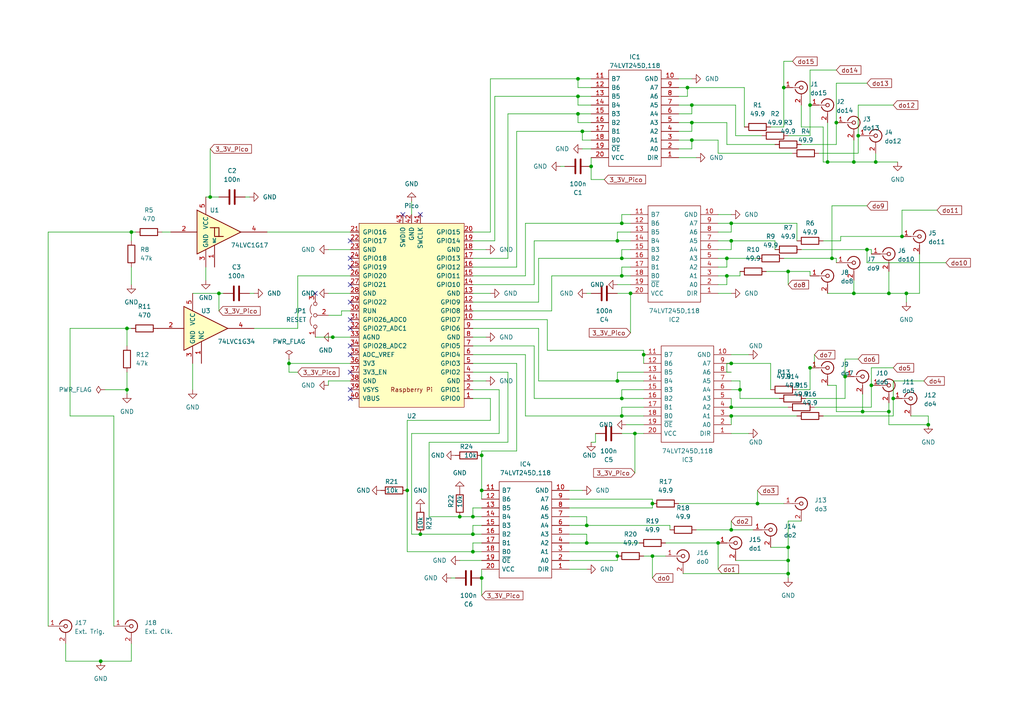
<source format=kicad_sch>
(kicad_sch (version 20230121) (generator eeschema)
  (paper "A4")
  (title_block (title "Prawn DO Breakout") (date "2024-01-19") (rev "01") (company "US Army Research Laboratory") (comment 1 "Email: david.h.meyer3.civ@army.mil") (comment 2 "Original Design By: David Meyer"))
  (junction (at 83.82 105.41))
  (junction (at 139.7 142.24))
  (junction (at 199.39 25.4))
  (junction (at 254 46.99))
  (junction (at 63.5 85.09))
  (junction (at 184.15 125.73))
  (junction (at 210.82 74.93))
  (junction (at 208.28 157.48))
  (junction (at 241.3 74.93))
  (junction (at 259.08 115.57))
  (junction (at 200.66 35.56))
  (junction (at 189.23 146.05))
  (junction (at 234.95 30.48))
  (junction (at 180.34 74.93))
  (junction (at 182.88 85.09))
  (junction (at 251.46 72.39))
  (junction (at 179.07 161.29))
  (junction (at 219.71 146.05))
  (junction (at 180.34 115.57))
  (junction (at 228.6 78.74))
  (junction (at 180.34 64.77))
  (junction (at 137.16 160.02))
  (junction (at 227.33 25.4))
  (junction (at 38.1 67.31))
  (junction (at 212.09 153.67))
  (junction (at 210.82 80.01))
  (junction (at 212.09 120.65))
  (junction (at 214.63 113.03))
  (junction (at 262.89 85.09))
  (junction (at 248.92 39.37))
  (junction (at 200.66 40.64))
  (junction (at 167.64 27.94))
  (junction (at 189.23 161.29))
  (junction (at 257.81 119.38))
  (junction (at 171.45 48.26))
  (junction (at 250.19 119.38))
  (junction (at 133.35 149.86))
  (junction (at 228.6 166.37))
  (junction (at 121.92 154.94))
  (junction (at 137.16 154.94))
  (junction (at 180.34 80.01))
  (junction (at 212.09 105.41))
  (junction (at 29.21 191.77))
  (junction (at 212.09 69.85))
  (junction (at 179.07 69.85))
  (junction (at 234.95 106.68))
  (junction (at 247.65 46.99))
  (junction (at 170.18 152.4))
  (junction (at 168.91 38.1))
  (junction (at 167.64 33.02))
  (junction (at 179.07 110.49))
  (junction (at 186.69 102.87))
  (junction (at 139.7 167.64))
  (junction (at 212.09 118.11))
  (junction (at 118.11 142.24))
  (junction (at 242.57 35.56))
  (junction (at 137.16 149.86))
  (junction (at 96.52 97.79))
  (junction (at 212.09 64.77))
  (junction (at 228.6 162.56))
  (junction (at 252.73 111.76))
  (junction (at 36.83 95.25))
  (junction (at 139.7 132.08))
  (junction (at 257.81 85.09))
  (junction (at 36.83 113.03))
  (junction (at 247.65 85.09))
  (junction (at 240.03 46.99))
  (junction (at 167.64 22.86))
  (junction (at 269.24 123.19))
  (junction (at 245.11 109.22))
  (junction (at 200.66 30.48))
  (junction (at 170.18 157.48))
  (junction (at 60.96 57.15))
  (junction (at 261.62 68.58))
  (junction (at 180.34 120.65))
  (junction (at 228.6 158.75))
  (no_connect (at 101.6 77.47))
  (no_connect (at 116.84 62.23))
  (no_connect (at 101.6 113.03))
  (no_connect (at 101.6 82.55))
  (no_connect (at 101.6 100.33))
  (no_connect (at 101.6 69.85))
  (no_connect (at 101.6 87.63))
  (no_connect (at 101.6 74.93))
  (no_connect (at 101.6 107.95))
  (no_connect (at 121.92 62.23))
  (no_connect (at 101.6 102.87))
  (no_connect (at 101.6 92.71))
  (no_connect (at 101.6 95.25))
  (no_connect (at 91.44 85.09))
  (no_connect (at 101.6 115.57))
  (wire (pts (xy 208.28 44.45) (xy 229.87 44.45)))
  (wire (pts (xy 212.09 125.73) (xy 217.17 125.73)))
  (wire (pts (xy 119.38 125.73) (xy 119.38 154.94)))
  (wire (pts (xy 133.35 149.86) (xy 137.16 149.86)))
  (wire (pts (xy 156.21 110.49) (xy 179.07 110.49)))
  (wire (pts (xy 180.34 80.01) (xy 182.88 80.01)))
  (wire (pts (xy 228.6 166.37) (xy 228.6 162.56)))
  (wire (pts (xy 137.16 85.09) (xy 142.24 85.09)))
  (wire (pts (xy 217.17 102.87) (xy 212.09 102.87)))
  (wire (pts (xy 179.07 107.95) (xy 179.07 110.49)))
  (wire (pts (xy 182.88 62.23) (xy 180.34 62.23)))
  (wire (pts (xy 59.69 77.47) (xy 59.69 81.28)))
  (wire (pts (xy 214.63 110.49) (xy 212.09 110.49)))
  (wire (pts (xy 147.32 107.95) (xy 147.32 128.27)))
  (wire (pts (xy 182.88 77.47) (xy 180.34 77.47)))
  (wire (pts (xy 250.19 119.38) (xy 257.81 119.38)))
  (wire (pts (xy 99.06 91.44) (xy 99.06 90.17)))
  (wire (pts (xy 227.33 25.4) (xy 227.33 36.83)))
  (wire (pts (xy 165.1 160.02) (xy 179.07 160.02)))
  (wire (pts (xy 165.1 142.24) (xy 168.91 142.24)))
  (wire (pts (xy 142.24 121.92) (xy 118.11 121.92)))
  (wire (pts (xy 130.81 167.64) (xy 132.08 167.64)))
  (wire (pts (xy 160.02 80.01) (xy 160.02 90.17)))
  (wire (pts (xy 170.18 152.4) (xy 194.31 152.4)))
  (wire (pts (xy 208.28 72.39) (xy 212.09 72.39)))
  (wire (pts (xy 212.09 118.11) (xy 212.09 115.57)))
  (wire (pts (xy 247.65 85.09) (xy 257.81 85.09)))
  (wire (pts (xy 261.62 60.96) (xy 261.62 68.58)))
  (wire (pts (xy 186.69 123.19) (xy 181.61 123.19)))
  (wire (pts (xy 182.88 67.31) (xy 179.07 67.31)))
  (wire (pts (xy 234.95 78.74) (xy 234.95 80.01)))
  (wire (pts (xy 208.28 82.55) (xy 210.82 82.55)))
  (wire (pts (xy 247.65 46.99) (xy 254 46.99)))
  (wire (pts (xy 180.34 118.11) (xy 180.34 120.65)))
  (wire (pts (xy 175.26 52.07) (xy 171.45 52.07)))
  (wire (pts (xy 238.76 36.83) (xy 238.76 46.99)))
  (wire (pts (xy 167.64 25.4) (xy 167.64 22.86)))
  (wire (pts (xy 224.79 69.85) (xy 224.79 72.39)))
  (wire (pts (xy 257.81 85.09) (xy 262.89 85.09)))
  (wire (pts (xy 71.12 57.15) (xy 72.39 57.15)))
  (wire (pts (xy 121.92 154.94) (xy 137.16 154.94)))
  (wire (pts (xy 259.08 115.57) (xy 259.08 120.65)))
  (wire (pts (xy 200.66 30.48) (xy 213.36 30.48)))
  (wire (pts (xy 171.45 30.48) (xy 167.64 30.48)))
  (wire (pts (xy 137.16 160.02) (xy 139.7 160.02)))
  (wire (pts (xy 208.28 40.64) (xy 208.28 44.45)))
  (wire (pts (xy 20.32 120.65) (xy 20.32 95.25)))
  (wire (pts (xy 232.41 41.91) (xy 242.57 41.91)))
  (wire (pts (xy 232.41 36.83) (xy 238.76 36.83)))
  (wire (pts (xy 199.39 27.94) (xy 199.39 25.4)))
  (wire (pts (xy 208.28 80.01) (xy 210.82 80.01)))
  (wire (pts (xy 137.16 110.49) (xy 140.97 110.49)))
  (wire (pts (xy 86.36 95.25) (xy 86.36 80.01)))
  (wire (pts (xy 20.32 95.25) (xy 36.83 95.25)))
  (wire (pts (xy 208.28 157.48) (xy 208.28 165.1)))
  (wire (pts (xy 154.94 69.85) (xy 179.07 69.85)))
  (wire (pts (xy 242.57 24.13) (xy 242.57 35.56)))
  (wire (pts (xy 137.16 97.79) (xy 140.97 97.79)))
  (wire (pts (xy 137.16 67.31) (xy 142.24 67.31)))
  (wire (pts (xy 38.1 67.31) (xy 38.1 69.85)))
  (wire (pts (xy 212.09 67.31) (xy 212.09 64.77)))
  (wire (pts (xy 259.08 110.49) (xy 259.08 115.57)))
  (wire (pts (xy 19.05 186.69) (xy 19.05 191.77)))
  (wire (pts (xy 171.45 25.4) (xy 167.64 25.4)))
  (wire (pts (xy 196.85 43.18) (xy 200.66 43.18)))
  (wire (pts (xy 165.1 154.94) (xy 170.18 154.94)))
  (wire (pts (xy 232.41 30.48) (xy 232.41 36.83)))
  (wire (pts (xy 254 46.99) (xy 254 44.45)))
  (wire (pts (xy 208.28 77.47) (xy 210.82 77.47)))
  (wire (pts (xy 83.82 105.41) (xy 83.82 107.95)))
  (wire (pts (xy 165.1 144.78) (xy 189.23 144.78)))
  (wire (pts (xy 193.04 157.48) (xy 208.28 157.48)))
  (wire (pts (xy 259.08 106.68) (xy 252.73 106.68)))
  (wire (pts (xy 229.87 17.78) (xy 227.33 17.78)))
  (wire (pts (xy 186.69 107.95) (xy 179.07 107.95)))
  (wire (pts (xy 139.7 147.32) (xy 137.16 147.32)))
  (wire (pts (xy 248.92 30.48) (xy 248.92 39.37)))
  (wire (pts (xy 139.7 167.64) (xy 139.7 172.72)))
  (wire (pts (xy 228.6 78.74) (xy 234.95 78.74)))
  (wire (pts (xy 149.86 38.1) (xy 168.91 38.1)))
  (wire (pts (xy 165.1 162.56) (xy 179.07 162.56)))
  (wire (pts (xy 180.34 74.93) (xy 182.88 74.93)))
  (wire (pts (xy 171.45 85.09) (xy 170.18 85.09)))
  (wire (pts (xy 96.52 97.79) (xy 101.6 97.79)))
  (wire (pts (xy 137.16 90.17) (xy 160.02 90.17)))
  (wire (pts (xy 180.34 62.23) (xy 180.34 64.77)))
  (wire (pts (xy 184.15 125.73) (xy 180.34 125.73)))
  (wire (pts (xy 143.51 27.94) (xy 167.64 27.94)))
  (wire (pts (xy 198.12 166.37) (xy 228.6 166.37)))
  (wire (pts (xy 208.28 69.85) (xy 212.09 69.85)))
  (wire (pts (xy 137.16 157.48) (xy 137.16 160.02)))
  (wire (pts (xy 234.95 113.03) (xy 231.14 113.03)))
  (wire (pts (xy 142.24 115.57) (xy 142.24 121.92)))
  (wire (pts (xy 214.63 115.57) (xy 226.06 115.57)))
  (wire (pts (xy 212.09 153.67) (xy 218.44 153.67)))
  (wire (pts (xy 137.16 69.85) (xy 143.51 69.85)))
  (wire (pts (xy 180.34 115.57) (xy 186.69 115.57)))
  (wire (pts (xy 172.72 128.27) (xy 171.45 128.27)))
  (wire (pts (xy 250.19 114.3) (xy 250.19 119.38)))
  (wire (pts (xy 160.02 80.01) (xy 180.34 80.01)))
  (wire (pts (xy 212.09 118.11) (xy 228.6 118.11)))
  (wire (pts (xy 208.28 64.77) (xy 212.09 64.77)))
  (wire (pts (xy 227.33 17.78) (xy 227.33 25.4)))
  (wire (pts (xy 242.57 41.91) (xy 242.57 35.56)))
  (wire (pts (xy 139.7 152.4) (xy 137.16 152.4)))
  (wire (pts (xy 33.02 120.65) (xy 20.32 120.65)))
  (wire (pts (xy 13.97 181.61) (xy 13.97 67.31)))
  (wire (pts (xy 179.07 160.02) (xy 179.07 161.29)))
  (wire (pts (xy 199.39 25.4) (xy 215.9 25.4)))
  (wire (pts (xy 219.71 142.24) (xy 219.71 146.05)))
  (wire (pts (xy 257.81 123.19) (xy 269.24 123.19)))
  (wire (pts (xy 124.46 128.27) (xy 124.46 149.86)))
  (wire (pts (xy 200.66 33.02) (xy 200.66 30.48)))
  (wire (pts (xy 228.6 39.37) (xy 234.95 39.37)))
  (wire (pts (xy 201.93 153.67) (xy 212.09 153.67)))
  (wire (pts (xy 137.16 77.47) (xy 149.86 77.47)))
  (wire (pts (xy 247.65 40.64) (xy 247.65 46.99)))
  (wire (pts (xy 223.52 113.03) (xy 223.52 105.41)))
  (wire (pts (xy 196.85 30.48) (xy 200.66 30.48)))
  (wire (pts (xy 212.09 123.19) (xy 212.09 120.65)))
  (wire (pts (xy 214.63 115.57) (xy 214.63 113.03)))
  (wire (pts (xy 162.56 48.26) (xy 163.83 48.26)))
  (wire (pts (xy 137.16 82.55) (xy 154.94 82.55)))
  (wire (pts (xy 222.25 78.74) (xy 228.6 78.74)))
  (wire (pts (xy 274.32 76.2) (xy 251.46 76.2)))
  (wire (pts (xy 165.1 165.1) (xy 170.18 165.1)))
  (wire (pts (xy 152.4 64.77) (xy 180.34 64.77)))
  (wire (pts (xy 144.78 113.03) (xy 144.78 125.73)))
  (wire (pts (xy 59.69 57.15) (xy 60.96 57.15)))
  (wire (pts (xy 186.69 125.73) (xy 184.15 125.73)))
  (wire (pts (xy 36.83 95.25) (xy 36.83 100.33)))
  (wire (pts (xy 189.23 144.78) (xy 189.23 146.05)))
  (wire (pts (xy 154.94 69.85) (xy 154.94 82.55)))
  (wire (pts (xy 171.45 35.56) (xy 167.64 35.56)))
  (wire (pts (xy 83.82 107.95) (xy 86.36 107.95)))
  (wire (pts (xy 180.34 72.39) (xy 180.34 74.93)))
  (wire (pts (xy 232.41 72.39) (xy 251.46 72.39)))
  (wire (pts (xy 168.91 40.64) (xy 168.91 38.1)))
  (wire (pts (xy 167.64 30.48) (xy 167.64 27.94)))
  (wire (pts (xy 179.07 110.49) (xy 186.69 110.49)))
  (wire (pts (xy 262.89 85.09) (xy 266.7 85.09)))
  (wire (pts (xy 228.6 162.56) (xy 228.6 158.75)))
  (wire (pts (xy 118.11 160.02) (xy 137.16 160.02)))
  (wire (pts (xy 91.44 97.79) (xy 96.52 97.79)))
  (wire (pts (xy 262.89 85.09) (xy 262.89 87.63)))
  (wire (pts (xy 118.11 121.92) (xy 118.11 142.24)))
  (wire (pts (xy 257.81 119.38) (xy 257.81 123.19)))
  (wire (pts (xy 55.88 105.41) (xy 55.88 113.03)))
  (wire (pts (xy 252.73 72.39) (xy 252.73 73.66)))
  (wire (pts (xy 213.36 162.56) (xy 228.6 162.56)))
  (wire (pts (xy 119.38 154.94) (xy 121.92 154.94)))
  (wire (pts (xy 247.65 81.28) (xy 247.65 85.09)))
  (wire (pts (xy 208.28 67.31) (xy 212.09 67.31)))
  (wire (pts (xy 238.76 120.65) (xy 259.08 120.65)))
  (wire (pts (xy 234.95 20.32) (xy 234.95 30.48)))
  (wire (pts (xy 38.1 77.47) (xy 38.1 82.55)))
  (wire (pts (xy 95.25 91.44) (xy 99.06 91.44)))
  (wire (pts (xy 180.34 113.03) (xy 180.34 115.57)))
  (wire (pts (xy 240.03 46.99) (xy 247.65 46.99)))
  (wire (pts (xy 240.03 35.56) (xy 240.03 46.99)))
  (wire (pts (xy 189.23 167.64) (xy 189.23 161.29)))
  (wire (pts (xy 210.82 41.91) (xy 224.79 41.91)))
  (wire (pts (xy 139.7 130.81) (xy 139.7 132.08)))
  (wire (pts (xy 196.85 38.1) (xy 200.66 38.1)))
  (wire (pts (xy 214.63 113.03) (xy 214.63 110.49)))
  (wire (pts (xy 269.24 120.65) (xy 264.16 120.65)))
  (wire (pts (xy 179.07 162.56) (xy 179.07 161.29)))
  (wire (pts (xy 137.16 95.25) (xy 156.21 95.25)))
  (wire (pts (xy 182.88 85.09) (xy 179.07 85.09)))
  (wire (pts (xy 240.03 85.09) (xy 247.65 85.09)))
  (wire (pts (xy 170.18 149.86) (xy 170.18 152.4)))
  (wire (pts (xy 267.97 110.49) (xy 259.08 110.49)))
  (wire (pts (xy 212.09 151.13) (xy 212.09 153.67)))
  (wire (pts (xy 234.95 39.37) (xy 234.95 30.48)))
  (wire (pts (xy 186.69 102.87) (xy 186.69 105.41)))
  (wire (pts (xy 156.21 74.93) (xy 156.21 87.63)))
  (wire (pts (xy 168.91 43.18) (xy 171.45 43.18)))
  (wire (pts (xy 223.52 158.75) (xy 228.6 158.75)))
  (wire (pts (xy 184.15 137.16) (xy 184.15 125.73)))
  (wire (pts (xy 251.46 76.2) (xy 251.46 72.39)))
  (wire (pts (xy 186.69 161.29) (xy 189.23 161.29)))
  (wire (pts (xy 233.68 115.57) (xy 245.11 115.57)))
  (wire (pts (xy 248.92 104.14) (xy 245.11 104.14)))
  (wire (pts (xy 186.69 118.11) (xy 180.34 118.11)))
  (wire (pts (xy 99.06 90.17) (xy 101.6 90.17)))
  (wire (pts (xy 196.85 22.86) (xy 200.66 22.86)))
  (wire (pts (xy 137.16 92.71) (xy 158.75 92.71)))
  (wire (pts (xy 137.16 74.93) (xy 147.32 74.93)))
  (wire (pts (xy 196.85 27.94) (xy 199.39 27.94)))
  (wire (pts (xy 165.1 147.32) (xy 189.23 147.32)))
  (wire (pts (xy 212.09 72.39) (xy 212.09 69.85)))
  (wire (pts (xy 257.81 116.84) (xy 257.81 119.38)))
  (wire (pts (xy 83.82 104.14) (xy 83.82 105.41)))
  (wire (pts (xy 228.6 78.74) (xy 228.6 82.55)))
  (wire (pts (xy 139.7 157.48) (xy 137.16 157.48)))
  (wire (pts (xy 158.75 101.6) (xy 186.69 101.6)))
  (wire (pts (xy 137.16 113.03) (xy 144.78 113.03)))
  (wire (pts (xy 212.09 107.95) (xy 210.82 107.95)))
  (wire (pts (xy 210.82 74.93) (xy 219.71 74.93)))
  (wire (pts (xy 63.5 85.09) (xy 63.5 90.17)))
  (wire (pts (xy 165.1 157.48) (xy 170.18 157.48)))
  (wire (pts (xy 36.83 107.95) (xy 36.83 113.03)))
  (wire (pts (xy 200.66 38.1) (xy 200.66 35.56)))
  (wire (pts (xy 139.7 132.08) (xy 139.7 142.24)))
  (wire (pts (xy 228.6 167.64) (xy 228.6 166.37)))
  (wire (pts (xy 55.88 85.09) (xy 63.5 85.09)))
  (wire (pts (xy 133.35 162.56) (xy 139.7 162.56)))
  (wire (pts (xy 194.31 152.4) (xy 194.31 153.67)))
  (wire (pts (xy 212.09 64.77) (xy 231.14 64.77)))
  (wire (pts (xy 46.99 67.31) (xy 49.53 67.31)))
  (wire (pts (xy 63.5 85.09) (xy 64.77 85.09)))
  (wire (pts (xy 152.4 64.77) (xy 152.4 80.01)))
  (wire (pts (xy 149.86 38.1) (xy 149.86 77.47)))
  (wire (pts (xy 95.25 72.39) (xy 101.6 72.39)))
  (wire (pts (xy 137.16 149.86) (xy 139.7 149.86)))
  (wire (pts (xy 200.66 43.18) (xy 200.66 40.64)))
  (wire (pts (xy 210.82 35.56) (xy 210.82 41.91)))
  (wire (pts (xy 137.16 80.01) (xy 152.4 80.01)))
  (wire (pts (xy 252.73 106.68) (xy 252.73 111.76)))
  (wire (pts (xy 137.16 105.41) (xy 149.86 105.41)))
  (wire (pts (xy 171.45 52.07) (xy 171.45 48.26)))
  (wire (pts (xy 179.07 67.31) (xy 179.07 69.85)))
  (wire (pts (xy 60.96 57.15) (xy 63.5 57.15)))
  (wire (pts (xy 196.85 33.02) (xy 200.66 33.02)))
  (wire (pts (xy 236.22 106.68) (xy 234.95 106.68)))
  (wire (pts (xy 266.7 73.66) (xy 266.7 85.09)))
  (wire (pts (xy 208.28 85.09) (xy 212.09 85.09)))
  (wire (pts (xy 13.97 67.31) (xy 38.1 67.31)))
  (wire (pts (xy 196.85 45.72) (xy 201.93 45.72)))
  (wire (pts (xy 152.4 102.87) (xy 152.4 120.65)))
  (wire (pts (xy 147.32 33.02) (xy 147.32 74.93)))
  (wire (pts (xy 200.66 35.56) (xy 210.82 35.56)))
  (wire (pts (xy 172.72 128.27) (xy 172.72 125.73)))
  (wire (pts (xy 38.1 186.69) (xy 38.1 191.77)))
  (wire (pts (xy 228.6 158.75) (xy 228.6 151.13)))
  (wire (pts (xy 30.48 113.03) (xy 36.83 113.03)))
  (wire (pts (xy 77.47 67.31) (xy 101.6 67.31)))
  (wire (pts (xy 147.32 33.02) (xy 167.64 33.02)))
  (wire (pts (xy 38.1 67.31) (xy 39.37 67.31)))
  (wire (pts (xy 83.82 105.41) (xy 101.6 105.41)))
  (wire (pts (xy 251.46 59.69) (xy 241.3 59.69)))
  (wire (pts (xy 213.36 39.37) (xy 220.98 39.37)))
  (wire (pts (xy 142.24 22.86) (xy 167.64 22.86)))
  (wire (pts (xy 137.16 115.57) (xy 142.24 115.57)))
  (wire (pts (xy 167.64 27.94) (xy 171.45 27.94)))
  (wire (pts (xy 189.23 161.29) (xy 193.04 161.29)))
  (wire (pts (xy 143.51 27.94) (xy 143.51 69.85)))
  (wire (pts (xy 240.03 111.76) (xy 242.57 111.76)))
  (wire (pts (xy 154.94 115.57) (xy 180.34 115.57)))
  (wire (pts (xy 182.88 72.39) (xy 180.34 72.39)))
  (wire (pts (xy 212.09 120.65) (xy 231.14 120.65)))
  (wire (pts (xy 137.16 147.32) (xy 137.16 149.86)))
  (wire (pts (xy 156.21 74.93) (xy 180.34 74.93)))
  (wire (pts (xy 167.64 33.02) (xy 171.45 33.02)))
  (wire (pts (xy 144.78 125.73) (xy 119.38 125.73)))
  (wire (pts (xy 137.16 87.63) (xy 156.21 87.63)))
  (wire (pts (xy 196.85 35.56) (xy 200.66 35.56)))
  (wire (pts (xy 72.39 85.09) (xy 73.66 85.09)))
  (wire (pts (xy 251.46 24.13) (xy 242.57 24.13)))
  (wire (pts (xy 60.96 43.18) (xy 60.96 57.15)))
  (wire (pts (xy 137.16 107.95) (xy 147.32 107.95)))
  (wire (pts (xy 149.86 130.81) (xy 139.7 130.81)))
  (wire (pts (xy 196.85 40.64) (xy 200.66 40.64)))
  (wire (pts (xy 196.85 146.05) (xy 219.71 146.05)))
  (wire (pts (xy 271.78 60.96) (xy 261.62 60.96)))
  (wire (pts (xy 227.33 36.83) (xy 223.52 36.83)))
  (wire (pts (xy 168.91 38.1) (xy 171.45 38.1)))
  (wire (pts (xy 73.66 95.25) (xy 86.36 95.25)))
  (wire (pts (xy 196.85 25.4) (xy 199.39 25.4)))
  (wire (pts (xy 171.45 40.64) (xy 168.91 40.64)))
  (wire (pts (xy 242.57 20.32) (xy 234.95 20.32)))
  (wire (pts (xy 228.6 151.13) (xy 232.41 151.13)))
  (wire (pts (xy 179.07 69.85) (xy 182.88 69.85)))
  (wire (pts (xy 180.34 77.47) (xy 180.34 80.01)))
  (wire (pts (xy 219.71 146.05) (xy 227.33 146.05)))
  (wire (pts (xy 137.16 72.39) (xy 140.97 72.39)))
  (wire (pts (xy 119.38 62.23) (xy 119.38 58.42)))
  (wire (pts (xy 248.92 44.45) (xy 248.92 39.37)))
  (wire (pts (xy 236.22 102.87) (xy 236.22 106.68)))
  (wire (pts (xy 139.7 165.1) (xy 139.7 167.64)))
  (wire (pts (xy 33.02 181.61) (xy 33.02 120.65)))
  (wire (pts (xy 86.36 80.01) (xy 101.6 80.01)))
  (wire (pts (xy 269.24 123.19) (xy 269.24 120.65)))
  (wire (pts (xy 118.11 142.24) (xy 118.11 160.02)))
  (wire (pts (xy 242.57 111.76) (xy 242.57 119.38)))
  (wire (pts (xy 170.18 154.94) (xy 170.18 157.48)))
  (wire (pts (xy 257.81 78.74) (xy 257.81 85.09)))
  (wire (pts (xy 182.88 96.52) (xy 182.88 85.09)))
  (wire (pts (xy 214.63 80.01) (xy 214.63 78.74)))
  (wire (pts (xy 139.7 142.24) (xy 139.7 144.78)))
  (wire (pts (xy 260.35 46.99) (xy 254 46.99)))
  (wire (pts (xy 167.64 35.56) (xy 167.64 33.02)))
  (wire (pts (xy 215.9 25.4) (xy 215.9 36.83)))
  (wire (pts (xy 158.75 92.71) (xy 158.75 101.6)))
  (wire (pts (xy 231.14 69.85) (xy 231.14 64.77)))
  (wire (pts (xy 236.22 118.11) (xy 252.73 118.11)))
  (wire (pts (xy 234.95 106.68) (xy 234.95 113.03)))
  (wire (pts (xy 137.16 154.94) (xy 139.7 154.94)))
  (wire (pts (xy 243.84 68.58) (xy 243.84 69.85)))
  (wire (pts (xy 212.09 69.85) (xy 224.79 69.85)))
  (wire (pts (xy 152.4 120.65) (xy 180.34 120.65)))
  (wire (pts (xy 170.18 157.48) (xy 185.42 157.48)))
  (wire (pts (xy 186.69 113.03) (xy 180.34 113.03)))
  (wire (pts (xy 259.08 30.48) (xy 248.92 30.48)))
  (wire (pts (xy 165.1 149.86) (xy 170.18 149.86)))
  (wire (pts (xy 95.25 110.49) (xy 95.25 111.76)))
  (wire (pts (xy 210.82 107.95) (xy 210.82 105.41)))
  (wire (pts (xy 101.6 110.49) (xy 95.25 110.49)))
  (wire (pts (xy 137.16 152.4) (xy 137.16 154.94)))
  (wire (pts (xy 242.57 74.93) (xy 242.57 76.2)))
  (wire (pts (xy 210.82 105.41) (xy 212.09 105.41)))
  (wire (pts (xy 241.3 74.93) (xy 242.57 74.93)))
  (wire (pts (xy 210.82 80.01) (xy 214.63 80.01)))
  (wire (pts (xy 227.33 74.93) (xy 241.3 74.93)))
  (wire (pts (xy 189.23 147.32) (xy 189.23 146.05)))
  (wire (pts (xy 237.49 44.45) (xy 248.92 44.45)))
  (wire (pts (xy 200.66 40.64) (xy 208.28 40.64)))
  (wire (pts (xy 182.88 82.55) (xy 179.07 82.55)))
  (wire (pts (xy 147.32 128.27) (xy 124.46 128.27)))
  (wire (pts (xy 261.62 68.58) (xy 243.84 68.58)))
  (wire (pts (xy 154.94 100.33) (xy 154.94 115.57)))
  (wire (pts (xy 210.82 82.55) (xy 210.82 80.01)))
  (wire (pts (xy 180.34 64.77) (xy 182.88 64.77)))
  (wire (pts (xy 36.83 113.03) (xy 36.83 114.3)))
  (wire (pts (xy 245.11 109.22) (xy 245.11 115.57)))
  (wire (pts (xy 238.76 46.99) (xy 240.03 46.99)))
  (wire (pts (xy 142.24 22.86) (xy 142.24 67.31)))
  (wire (pts (xy 212.09 105.41) (xy 223.52 105.41)))
  (wire (pts (xy 167.64 22.86) (xy 171.45 22.86)))
  (wire (pts (xy 186.69 101.6) (xy 186.69 102.87)))
  (wire (pts (xy 165.1 152.4) (xy 170.18 152.4)))
  (wire (pts (xy 180.34 120.65) (xy 186.69 120.65)))
  (wire (pts (xy 212.09 113.03) (xy 214.63 113.03)))
  (wire (pts (xy 95.25 85.09) (xy 101.6 85.09)))
  (wire (pts (xy 208.28 74.93) (xy 210.82 74.93)))
  (wire (pts (xy 245.11 104.14) (xy 245.11 109.22)))
  (wire (pts (xy 149.86 105.41) (xy 149.86 130.81)))
  (wire (pts (xy 19.05 191.77) (xy 29.21 191.77)))
  (wire (pts (xy 210.82 74.93) (xy 210.82 77.47)))
  (wire (pts (xy 124.46 149.86) (xy 133.35 149.86)))
  (wire (pts (xy 242.57 119.38) (xy 250.19 119.38)))
  (wire (pts (xy 171.45 48.26) (xy 171.45 45.72)))
  (wire (pts (xy 137.16 102.87) (xy 152.4 102.87)))
  (wire (pts (xy 137.16 100.33) (xy 154.94 100.33)))
  (wire (pts (xy 241.3 59.69) (xy 241.3 74.93)))
  (wire (pts (xy 156.21 95.25) (xy 156.21 110.49)))
  (wire (pts (xy 251.46 72.39) (xy 252.73 72.39)))
  (wire (pts (xy 252.73 111.76) (xy 252.73 118.11)))
  (wire (pts (xy 212.09 62.23) (xy 208.28 62.23)))
  (wire (pts (xy 38.1 191.77) (xy 29.21 191.77)))
  (wire (pts (xy 243.84 69.85) (xy 238.76 69.85)))
  (wire (pts (xy 36.83 95.25) (xy 38.1 95.25)))
  (wire (pts (xy 213.36 30.48) (xy 213.36 39.37)))
  (global_label "do13" (shape input) (at 251.46 24.13 0) (property "Intersheetrefs" "${INTERSHEET_REFS}" (effects hide)))
  (global_label "3_3V_Pico" (shape input) (at 60.96 43.18 0) (property "Intersheetrefs" "${INTERSHEET_REFS}" (effects hide)))
  (global_label "do4" (shape input) (at 267.97 110.49 0) (property "Intersheetrefs" "${INTERSHEET_REFS}" (effects hide)))
  (global_label "do12" (shape input) (at 259.08 30.48 0) (property "Intersheetrefs" "${INTERSHEET_REFS}" (effects hide)))
  (global_label "do15" (shape input) (at 229.87 17.78 0) (property "Intersheetrefs" "${INTERSHEET_REFS}" (effects hide)))
  (global_label "do2" (shape input) (at 212.09 151.13 0) (property "Intersheetrefs" "${INTERSHEET_REFS}" (effects hide)))
  (global_label "3_3V_Pico" (shape input) (at 86.36 107.95 0) (property "Intersheetrefs" "${INTERSHEET_REFS}" (effects hide)))
  (global_label "do7" (shape input) (at 236.22 102.87 0) (property "Intersheetrefs" "${INTERSHEET_REFS}" (effects hide)))
  (global_label "3_3V_Pico" (shape input) (at 175.26 52.07 0) (property "Intersheetrefs" "${INTERSHEET_REFS}" (effects hide)))
  (global_label "do9" (shape input) (at 251.46 59.69 0) (property "Intersheetrefs" "${INTERSHEET_REFS}" (effects hide)))
  (global_label "3_3V_Pico" (shape input) (at 184.15 137.16 180) (property "Intersheetrefs" "${INTERSHEET_REFS}" (effects hide)))
  (global_label "do3" (shape input) (at 219.71 142.24 0) (property "Intersheetrefs" "${INTERSHEET_REFS}" (effects hide)))
  (global_label "do5" (shape input) (at 259.08 106.68 0) (property "Intersheetrefs" "${INTERSHEET_REFS}" (effects hide)))
  (global_label "3_3V_Pico" (shape input) (at 182.88 96.52 180) (property "Intersheetrefs" "${INTERSHEET_REFS}" (effects hide)))
  (global_label "do0" (shape input) (at 189.23 167.64 0) (property "Intersheetrefs" "${INTERSHEET_REFS}" (effects hide)))
  (global_label "3_3V_Pico" (shape input) (at 139.7 172.72 0) (property "Intersheetrefs" "${INTERSHEET_REFS}" (effects hide)))
  (global_label "do10" (shape input) (at 274.32 76.2 0) (property "Intersheetrefs" "${INTERSHEET_REFS}" (effects hide)))
  (global_label "3_3V_Pico" (shape input) (at 63.5 90.17 0) (property "Intersheetrefs" "${INTERSHEET_REFS}" (effects hide)))
  (global_label "do14" (shape input) (at 242.57 20.32 0) (property "Intersheetrefs" "${INTERSHEET_REFS}" (effects hide)))
  (global_label "do8" (shape input) (at 228.6 82.55 0) (property "Intersheetrefs" "${INTERSHEET_REFS}" (effects hide)))
  (global_label "do1" (shape input) (at 208.28 165.1 0) (property "Intersheetrefs" "${INTERSHEET_REFS}" (effects hide)))
  (global_label "do6" (shape input) (at 248.92 104.14 0) (property "Intersheetrefs" "${INTERSHEET_REFS}" (effects hide)))
  (global_label "do11" (shape input) (at 271.78 60.96 0) (property "Intersheetrefs" "${INTERSHEET_REFS}" (effects hide)))
  (symbol (lib_id "Connector:Conn_Coaxial") (at 38.1 181.61 0) (unit 1)
    (property "Reference" "J18" (at 41.91 180.6332 0) (effects (justify left)))
    (property "Value" "Ext. Clk." (at 41.91 183.1732 0) (effects (justify left)))
    (property "Footprint" "Connector_Coaxial:SMA_Amphenol_132289_EdgeMount" (effects hide))
    (property "Datasheet" " ~" (effects hide))
  )
  (symbol (lib_id "Device:C") (at 175.26 85.09 270) (unit 1)
    (property "Reference" "C4" (at 175.26 92.71 90))
    (property "Value" "100n" (at 175.26 90.17 90))
    (property "Footprint" "Capacitor_SMD:C_0805_2012Metric_Pad1.18x1.45mm_HandSolder" (effects hide))
  )
  (symbol (lib_id "Device:R") (at 38.1 73.66 0) (unit 1)
    (property "Reference" "R8" (at 40.64 72.39 0) (effects (justify left)))
    (property "Value" "47k" (at 40.64 74.93 0) (effects (justify left)))
    (property "Footprint" "Resistor_SMD:R_1206_3216Metric_Pad1.30x1.75mm_HandSolder" (effects hide))
  )
  (symbol (lib_id "Connector:Conn_Coaxial") (at 213.36 157.48 0) (unit 1)
    (property "Reference" "J15" (at 217.17 156.5032 0) (effects (justify left)))
    (property "Value" "do1" (at 217.17 159.0432 0) (effects (justify left)))
    (property "Footprint" "Connector_Coaxial:SMA_Amphenol_132289_EdgeMount" (effects hide))
    (property "Datasheet" " ~" (effects hide))
  )
  (symbol (lib_id "power:GND") (at 171.45 128.27 0) (unit 1)
    (property "Reference" "#PWR029" (effects hide))
    (property "Value" "GND" (at 168.91 132.08 0) (effects (justify left)))
  )
  (symbol (lib_id "74LVT245D_118:74LVT245D,118") (at 212.09 125.73 180) (unit 1)
    (property "Reference" "IC3" (at 199.39 133.35 0))
    (property "Value" "74LVT245D,118" (at 199.39 130.81 0))
    (property "Footprint" "ICs:SOIC127P1032X265-20N" (effects hide))
    (property "Datasheet" "https://assets.nexperia.com/documents/data-sheet/74LVT245.pdf" (effects hide))
    (property "Description" "74LVT245 - 3.3 V octal transceiver with direction pin (3-state)@en-us" (effects hide))
    (property "Height" "2.65" (effects hide))
    (property "Manufacturer_Name" "Nexperia" (effects hide))
    (property "Manufacturer_Part_Number" "74LVT245D,118" (effects hide))
    (property "Arrow Part Number" "74LVT245D,118" (effects hide))
    (property "Arrow Price/Stock" "https://www.arrow.com/en/products/74lvt245d118/nexperia" (effects hide))
  )
  (symbol (lib_id "power:GND") (at 121.92 147.32 180) (unit 1)
    (property "Reference" "#PWR040" (effects hide))
    (property "Value" "GND" (at 121.92 142.24 0))
  )
  (symbol (lib_id "Connector:Conn_Coaxial") (at 240.03 30.48 0) (unit 1)
    (property "Reference" "J2" (at 242.57 29.5032 0) (effects (justify left)))
    (property "Value" "do14" (at 242.57 32.0432 0) (effects (justify left)))
    (property "Footprint" "Connector_Coaxial:SMA_Amphenol_132289_EdgeMount" (effects hide))
    (property "Datasheet" " ~" (effects hide))
  )
  (symbol (lib_id "power:GND") (at 200.66 22.86 90) (unit 1)
    (property "Reference" "#PWR01" (effects hide))
    (property "Value" "GND" (at 204.47 22.86 90) (effects (justify right)))
  )
  (symbol (lib_id "Device:R") (at 224.79 39.37 90) (unit 1)
    (property "Reference" "R2" (at 224.79 33.02 90))
    (property "Value" "49.9" (at 224.79 35.56 90))
    (property "Footprint" "Resistor_SMD:R_1206_3216Metric_Pad1.30x1.75mm_HandSolder" (effects hide))
  )
  (symbol (lib_id "power:GND") (at 212.09 85.09 90) (unit 1)
    (property "Reference" "#PWR018" (effects hide))
    (property "Value" "GND" (at 215.9 85.09 90) (effects (justify right)))
  )
  (symbol (lib_id "Connector:Conn_Coaxial") (at 247.65 76.2 0) (unit 1)
    (property "Reference" "J7" (at 251.46 75.2232 0) (effects (justify left)))
    (property "Value" "do9" (at 251.46 77.7632 0) (effects (justify left)))
    (property "Footprint" "Connector_Coaxial:SMA_Amphenol_132289_EdgeMount" (effects hide))
    (property "Datasheet" " ~" (effects hide))
  )
  (symbol (lib_id "Device:R") (at 43.18 67.31 90) (unit 1)
    (property "Reference" "R5" (at 43.18 60.96 90))
    (property "Value" "470" (at 43.18 63.5 90))
    (property "Footprint" "Resistor_SMD:R_1206_3216Metric_Pad1.30x1.75mm_HandSolder" (effects hide))
  )
  (symbol (lib_id "Connector:Conn_Coaxial") (at 247.65 35.56 0) (unit 1)
    (property "Reference" "J3" (at 250.19 34.5832 0) (effects (justify left)))
    (property "Value" "do13" (at 250.19 37.1232 0) (effects (justify left)))
    (property "Footprint" "Connector_Coaxial:SMA_Amphenol_132289_EdgeMount" (effects hide))
    (property "Datasheet" " ~" (effects hide))
  )
  (symbol (lib_id "power:GND") (at 130.81 167.64 270) (unit 1)
    (property "Reference" "#PWR034" (effects hide))
    (property "Value" "GND" (at 127 167.64 90) (effects (justify right)))
  )
  (symbol (lib_id "power:GND") (at 73.66 85.09 90) (unit 1)
    (property "Reference" "#PWR014" (effects hide))
    (property "Value" "GND" (at 77.47 85.09 90) (effects (justify right)))
  )
  (symbol (lib_id "power:GND") (at 29.21 191.77 0) (unit 1)
    (property "Reference" "#PWR036" (effects hide))
    (property "Value" "GND" (at 29.21 196.85 0))
  )
  (symbol (lib_id "power:GND") (at 133.35 142.24 180) (unit 1)
    (property "Reference" "#PWR038" (effects hide))
    (property "Value" "GND" (at 133.35 137.16 0))
  )
  (symbol (lib_id "Device:R") (at 219.71 36.83 90) (unit 1)
    (property "Reference" "R1" (at 219.71 30.48 90))
    (property "Value" "49.9" (at 219.71 33.02 90))
    (property "Footprint" "Resistor_SMD:R_1206_3216Metric_Pad1.30x1.75mm_HandSolder" (effects hide))
  )
  (symbol (lib_id "power:GND") (at 133.35 162.56 270) (unit 1)
    (property "Reference" "#PWR032" (effects hide))
    (property "Value" "GND" (at 129.54 162.56 90) (effects (justify right)))
  )
  (symbol (lib_id "Device:R") (at 229.87 115.57 90) (unit 1)
    (property "Reference" "R14" (at 229.87 109.22 90))
    (property "Value" "49.9" (at 229.87 111.76 90))
    (property "Footprint" "Resistor_SMD:R_1206_3216Metric_Pad1.30x1.75mm_HandSolder" (effects hide))
  )
  (symbol (lib_id "Device:R") (at 218.44 78.74 90) (unit 1)
    (property "Reference" "R10" (at 218.44 72.39 90))
    (property "Value" "49.9" (at 218.44 74.93 90))
    (property "Footprint" "Resistor_SMD:R_1206_3216Metric_Pad1.30x1.75mm_HandSolder" (effects hide))
  )
  (symbol (lib_id "power:PWR_FLAG") (at 83.82 104.14 0) (unit 1)
    (property "Reference" "#FLG01" (effects hide))
    (property "Value" "PWR_FLAG" (at 83.82 99.06 0))
  )
  (symbol (lib_id "Device:R") (at 135.89 132.08 270) (unit 1)
    (property "Reference" "R24" (at 133.35 129.54 90) (effects (justify left)))
    (property "Value" "10k" (at 134.62 132.08 90) (effects (justify left)))
    (property "Footprint" "Resistor_SMD:R_0805_2012Metric_Pad1.20x1.40mm_HandSolder" (effects hide))
  )
  (symbol (lib_id "power:PWR_FLAG") (at 30.48 113.03 90) (unit 1)
    (property "Reference" "#FLG02" (effects hide))
    (property "Value" "PWR_FLAG" (at 26.67 113.03 90) (effects (justify left)))
  )
  (symbol (lib_id "74LVT245D_118:74LVT245D,118") (at 165.1 165.1 180) (unit 1)
    (property "Reference" "IC4" (at 152.4 134.62 0))
    (property "Value" "74LVT245D,118" (at 152.4 137.16 0))
    (property "Footprint" "ICs:SOIC127P1032X265-20N" (effects hide))
    (property "Datasheet" "https://assets.nexperia.com/documents/data-sheet/74LVT245.pdf" (effects hide))
    (property "Description" "74LVT245 - 3.3 V octal transceiver with direction pin (3-state)@en-us" (effects hide))
    (property "Height" "2.65" (effects hide))
    (property "Manufacturer_Name" "Nexperia" (effects hide))
    (property "Manufacturer_Part_Number" "74LVT245D,118" (effects hide))
    (property "Arrow Part Number" "74LVT245D,118" (effects hide))
    (property "Arrow Price/Stock" "https://www.arrow.com/en/products/74lvt245d118/nexperia" (effects hide))
  )
  (symbol (lib_id "Device:C") (at 135.89 167.64 270) (unit 1)
    (property "Reference" "C6" (at 135.89 175.26 90))
    (property "Value" "100n" (at 135.89 172.72 90))
    (property "Footprint" "Capacitor_SMD:C_0805_2012Metric_Pad1.18x1.45mm_HandSolder" (effects hide))
  )
  (symbol (lib_id "power:GND") (at 262.89 87.63 0) (unit 1)
    (property "Reference" "#PWR019" (effects hide))
    (property "Value" "GND" (at 262.89 92.71 0))
  )
  (symbol (lib_id "power:GND") (at 170.18 85.09 270) (unit 1)
    (property "Reference" "#PWR017" (effects hide))
    (property "Value" "GND" (at 166.37 85.09 90) (effects (justify right)))
  )
  (symbol (lib_id "power:GND") (at 110.49 142.24 270) (unit 1)
    (property "Reference" "#PWR037" (effects hide))
    (property "Value" "GND" (at 105.41 142.24 90))
  )
  (symbol (lib_id "power:GND") (at 95.25 111.76 270) (unit 1)
    (property "Reference" "#PWR024" (effects hide))
    (property "Value" "GND" (at 91.44 111.76 90) (effects (justify right)))
  )
  (symbol (lib_id "power:GND") (at 260.35 46.99 0) (unit 1)
    (property "Reference" "#PWR04" (effects hide))
    (property "Value" "GND" (at 260.35 52.07 0))
  )
  (symbol (lib_id "Device:C") (at 67.31 57.15 90) (unit 1)
    (property "Reference" "C2" (at 67.31 49.53 90))
    (property "Value" "100n" (at 67.31 52.07 90))
    (property "Footprint" "Capacitor_SMD:C_0805_2012Metric_Pad1.18x1.45mm_HandSolder" (effects hide))
  )
  (symbol (lib_id "power:GND") (at 162.56 48.26 270) (unit 1)
    (property "Reference" "#PWR05" (effects hide))
    (property "Value" "GND" (at 158.75 48.26 90) (effects (justify right)))
  )
  (symbol (lib_id "Device:R") (at 41.91 95.25 90) (unit 1)
    (property "Reference" "R11" (at 41.91 88.9 90))
    (property "Value" "470" (at 41.91 91.44 90))
    (property "Footprint" "Resistor_SMD:R_1206_3216Metric_Pad1.30x1.75mm_HandSolder" (effects hide))
  )
  (symbol (lib_id "Device:R") (at 227.33 113.03 90) (unit 1)
    (property "Reference" "R13" (at 227.33 107.95 90))
    (property "Value" "49.9" (at 227.33 109.22 90))
    (property "Footprint" "Resistor_SMD:R_1206_3216Metric_Pad1.30x1.75mm_HandSolder" (effects hide))
  )
  (symbol (lib_id "Connector:Conn_Coaxial") (at 266.7 68.58 0) (unit 1)
    (property "Reference" "J5" (at 269.24 67.6032 0) (effects (justify left)))
    (property "Value" "do11" (at 269.24 70.1432 0) (effects (justify left)))
    (property "Footprint" "Connector_Coaxial:SMA_Amphenol_132289_EdgeMount" (effects hide))
    (property "Datasheet" " ~" (effects hide))
  )
  (symbol (lib_id "Device:C") (at 176.53 125.73 270) (unit 1)
    (property "Reference" "C5" (at 176.53 133.35 90))
    (property "Value" "100n" (at 176.53 130.81 90))
    (property "Footprint" "Capacitor_SMD:C_0805_2012Metric_Pad1.18x1.45mm_HandSolder" (effects hide))
  )
  (symbol (lib_id "Device:R") (at 182.88 161.29 90) (unit 1)
    (property "Reference" "R20" (at 182.88 154.94 90))
    (property "Value" "49.9" (at 182.88 157.48 90))
    (property "Footprint" "Resistor_SMD:R_1206_3216Metric_Pad1.30x1.75mm_HandSolder" (effects hide))
  )
  (symbol (lib_id "power:GND") (at 95.25 85.09 270) (unit 1)
    (property "Reference" "#PWR015" (effects hide))
    (property "Value" "GND" (at 91.44 85.09 90) (effects (justify right)))
  )
  (symbol (lib_id "power:GND") (at 201.93 45.72 90) (unit 1)
    (property "Reference" "#PWR03" (effects hide))
    (property "Value" "GND" (at 205.74 45.72 90) (effects (justify right)))
  )
  (symbol (lib_id "Device:R") (at 193.04 146.05 90) (unit 1)
    (property "Reference" "R17" (at 193.04 139.7 90))
    (property "Value" "49.9" (at 193.04 142.24 90))
    (property "Footprint" "Resistor_SMD:R_1206_3216Metric_Pad1.30x1.75mm_HandSolder" (effects hide))
  )
  (symbol (lib_id "Connector:Conn_Coaxial") (at 257.81 111.76 0) (unit 1)
    (property "Reference" "J11" (at 261.62 110.7832 0) (effects (justify left)))
    (property "Value" "do5" (at 261.62 113.3232 0) (effects (justify left)))
    (property "Footprint" "Connector_Coaxial:SMA_Amphenol_132289_EdgeMount" (effects hide))
    (property "Datasheet" " ~" (effects hide))
  )
  (symbol (lib_id "Device:R") (at 189.23 157.48 90) (unit 1)
    (property "Reference" "R19" (at 189.23 151.13 90))
    (property "Value" "49.9" (at 189.23 153.67 90))
    (property "Footprint" "Resistor_SMD:R_1206_3216Metric_Pad1.30x1.75mm_HandSolder" (effects hide))
  )
  (symbol (lib_id "Connector:Conn_Coaxial") (at 250.19 109.22 0) (unit 1)
    (property "Reference" "J10" (at 254 108.2432 0) (effects (justify left)))
    (property "Value" "do6" (at 254 110.7832 0) (effects (justify left)))
    (property "Footprint" "Connector_Coaxial:SMA_Amphenol_132289_EdgeMount" (effects hide))
    (property "Datasheet" " ~" (effects hide))
  )
  (symbol (lib_id "Connector:Conn_Coaxial") (at 223.52 153.67 0) (unit 1)
    (property "Reference" "J14" (at 227.33 152.6932 0) (effects (justify left)))
    (property "Value" "do2" (at 227.33 155.2332 0) (effects (justify left)))
    (property "Footprint" "Connector_Coaxial:SMA_Amphenol_132289_EdgeMount" (effects hide))
    (property "Datasheet" " ~" (effects hide))
  )
  (symbol (lib_id "Connector:Conn_Coaxial") (at 257.81 73.66 0) (unit 1)
    (property "Reference" "J6" (at 260.35 72.6832 0) (effects (justify left)))
    (property "Value" "do10" (at 260.35 75.2232 0) (effects (justify left)))
    (property "Footprint" "Connector_Coaxial:SMA_Amphenol_132289_EdgeMount" (effects hide))
    (property "Datasheet" " ~" (effects hide))
  )
  (symbol (lib_id "Device:R") (at 114.3 142.24 90) (unit 1)
    (property "Reference" "R21" (at 115.57 139.7 90) (effects (justify left)))
    (property "Value" "10k" (at 115.57 142.24 90) (effects (justify left)))
    (property "Footprint" "Resistor_SMD:R_0805_2012Metric_Pad1.20x1.40mm_HandSolder" (effects hide))
  )
  (symbol (lib_id "power:GND") (at 217.17 125.73 90) (unit 1)
    (property "Reference" "#PWR030" (effects hide))
    (property "Value" "GND" (at 217.17 128.27 90) (effects (justify right)))
  )
  (symbol (lib_id "power:GND") (at 142.24 85.09 90) (unit 1)
    (property "Reference" "#PWR016" (effects hide))
    (property "Value" "GND" (at 146.05 85.09 90) (effects (justify right)))
  )
  (symbol (lib_id "Connector:Conn_Coaxial") (at 198.12 161.29 0) (unit 1)
    (property "Reference" "J16" (at 201.93 160.3132 0) (effects (justify left)))
    (property "Value" "do0" (at 201.93 162.8532 0) (effects (justify left)))
    (property "Footprint" "Connector_Coaxial:SMA_Amphenol_132289_EdgeMount" (effects hide))
    (property "Datasheet" " ~" (effects hide))
  )
  (symbol (lib_id "Device:R") (at 228.6 72.39 90) (unit 1)
    (property "Reference" "R7" (at 228.6 66.04 90))
    (property "Value" "49.9" (at 228.6 68.58 90))
    (property "Footprint" "Resistor_SMD:R_1206_3216Metric_Pad1.30x1.75mm_HandSolder" (effects hide))
  )
  (symbol (lib_id "power:GND") (at 179.07 82.55 270) (unit 1)
    (property "Reference" "#PWR013" (effects hide))
    (property "Value" "GND" (at 175.26 82.55 90) (effects (justify right)))
  )
  (symbol (lib_id "MCU_RaspberryPi_and_Boards:Pico") (at 119.38 91.44 180) (unit 1)
    (property "Reference" "U2" (at 119.38 120.65 0))
    (property "Value" "Pico" (at 119.38 59.69 0))
    (property "Footprint" "MCU_RaspberryPi_and_Boards:RPi_Pico_SMD" (effects hide))
  )
  (symbol (lib_id "Device:R") (at 198.12 153.67 90) (unit 1)
    (property "Reference" "R18" (at 198.12 147.32 90))
    (property "Value" "49.9" (at 198.12 149.86 90))
    (property "Footprint" "Resistor_SMD:R_1206_3216Metric_Pad1.30x1.75mm_HandSolder" (effects hide))
  )
  (symbol (lib_id "power:GND") (at 119.38 58.42 180) (unit 1)
    (property "Reference" "#PWR07" (effects hide))
    (property "Value" "GND" (at 119.38 53.34 0))
  )
  (symbol (lib_id "Device:R") (at 234.95 69.85 90) (unit 1)
    (property "Reference" "R6" (at 234.95 64.77 90))
    (property "Value" "49.9" (at 234.95 67.31 90))
    (property "Footprint" "Resistor_SMD:R_1206_3216Metric_Pad1.30x1.75mm_HandSolder" (effects hide))
  )
  (symbol (lib_id "power:GND") (at 140.97 72.39 90) (unit 1)
    (property "Reference" "#PWR010" (effects hide))
    (property "Value" "GND" (at 144.78 72.39 90) (effects (justify right)))
  )
  (symbol (lib_id "74xGxx:74LVC1G17") (at 64.77 67.31 0) (unit 1)
    (property "Reference" "U1" (at 62.23 60.96 0))
    (property "Value" "74LVC1G17" (at 72.39 71.12 0))
    (property "Footprint" "Package_TO_SOT_SMD:SOT-23-5_HandSoldering" (effects hide))
    (property "Datasheet" "https://www.ti.com/lit/ds/symlink/sn74lvc1g17.pdf" (effects hide))
  )
  (symbol (lib_id "power:GND") (at 212.09 62.23 90) (unit 1)
    (property "Reference" "#PWR08" (effects hide))
    (property "Value" "GND" (at 215.9 62.23 90) (effects (justify right)))
  )
  (symbol (lib_id "power:GND") (at 132.08 132.08 270) (unit 1)
    (property "Reference" "#PWR039" (effects hide))
    (property "Value" "GND" (at 127 132.08 90))
  )
  (symbol (lib_id "74LVT245D_118:74LVT245D,118") (at 196.85 45.72 180) (unit 1)
    (property "Reference" "IC1" (at 184.15 16.51 0))
    (property "Value" "74LVT245D,118" (at 184.15 19.05 0))
    (property "Footprint" "ICs:SOIC127P1032X265-20N" (effects hide))
    (property "Datasheet" "https://assets.nexperia.com/documents/data-sheet/74LVT245.pdf" (effects hide))
    (property "Description" "74LVT245 - 3.3 V octal transceiver with direction pin (3-state)@en-us" (effects hide))
    (property "Height" "2.65" (effects hide))
    (property "Manufacturer_Name" "Nexperia" (effects hide))
    (property "Manufacturer_Part_Number" "74LVT245D,118" (effects hide))
    (property "Arrow Part Number" "74LVT245D,118" (effects hide))
    (property "Arrow Price/Stock" "https://www.arrow.com/en/products/74lvt245d118/nexperia" (effects hide))
  )
  (symbol (lib_id "power:GND") (at 217.17 102.87 90) (unit 1)
    (property "Reference" "#PWR022" (effects hide))
    (property "Value" "GND" (at 217.17 100.33 90) (effects (justify right)))
  )
  (symbol (lib_id "Connector:Conn_Coaxial") (at 232.41 25.4 0) (unit 1)
    (property "Reference" "J1" (at 234.95 24.4232 0) (effects (justify left)))
    (property "Value" "do15" (at 234.95 26.9632 0) (effects (justify left)))
    (property "Footprint" "Connector_Coaxial:SMA_Amphenol_132289_EdgeMount" (effects hide))
    (property "Datasheet" " ~" (effects hide))
  )
  (symbol (lib_id "power:GND") (at 170.18 165.1 90) (unit 1)
    (property "Reference" "#PWR033" (effects hide))
    (property "Value" "GND" (at 173.99 165.1 90) (effects (justify right)))
  )
  (symbol (lib_id "Device:R") (at 228.6 41.91 90) (unit 1)
    (property "Reference" "R3" (at 228.6 35.56 90))
    (property "Value" "49.9" (at 228.6 38.1 90))
    (property "Footprint" "Resistor_SMD:R_1206_3216Metric_Pad1.30x1.75mm_HandSolder" (effects hide))
  )
  (symbol (lib_id "Device:R") (at 223.52 74.93 90) (unit 1)
    (property "Reference" "R9" (at 223.52 68.58 90))
    (property "Value" "49.9" (at 223.52 71.12 90))
    (property "Footprint" "Resistor_SMD:R_1206_3216Metric_Pad1.30x1.75mm_HandSolder" (effects hide))
  )
  (symbol (lib_id "Device:R") (at 36.83 104.14 0) (unit 1)
    (property "Reference" "R12" (at 39.37 102.87 0) (effects (justify left)))
    (property "Value" "47k" (at 39.37 105.41 0) (effects (justify left)))
    (property "Footprint" "Resistor_SMD:R_1206_3216Metric_Pad1.30x1.75mm_HandSolder" (effects hide))
  )
  (symbol (lib_id "Device:R") (at 133.35 146.05 180) (unit 1)
    (property "Reference" "R22" (at 130.81 147.32 90) (effects (justify right)))
    (property "Value" "10k" (at 133.35 147.32 90) (effects (justify right)))
    (property "Footprint" "Resistor_SMD:R_0805_2012Metric_Pad1.20x1.40mm_HandSolder" (effects hide))
  )
  (symbol (lib_id "power:GND") (at 228.6 167.64 0) (unit 1)
    (property "Reference" "#PWR035" (effects hide))
    (property "Value" "GND" (at 228.6 172.72 0))
  )
  (symbol (lib_id "Connector:Conn_Coaxial") (at 264.16 115.57 0) (unit 1)
    (property "Reference" "J12" (at 267.97 114.5932 0) (effects (justify left)))
    (property "Value" "do4" (at 267.97 117.1332 0) (effects (justify left)))
    (property "Footprint" "Connector_Coaxial:SMA_Amphenol_132289_EdgeMount" (effects hide))
    (property "Datasheet" " ~" (effects hide))
  )
  (symbol (lib_id "power:GND") (at 72.39 57.15 90) (unit 1)
    (property "Reference" "#PWR06" (effects hide))
    (property "Value" "GND" (at 76.2 57.15 90) (effects (justify right)))
  )
  (symbol (lib_id "power:GND") (at 95.25 72.39 270) (unit 1)
    (property "Reference" "#PWR09" (effects hide))
    (property "Value" "GND" (at 91.44 72.39 90) (effects (justify right)))
  )
  (symbol (lib_id "power:GND") (at 168.91 142.24 90) (unit 1)
    (property "Reference" "#PWR031" (effects hide))
    (property "Value" "GND" (at 172.72 142.24 90) (effects (justify right)))
  )
  (symbol (lib_id "74xGxx:74LVC1G34") (at 60.96 95.25 0) (unit 1)
    (property "Reference" "U3" (at 59.69 90.17 0))
    (property "Value" "74LVC1G34" (at 68.58 99.06 0))
    (property "Footprint" "Package_TO_SOT_SMD:SOT-23-5_HandSoldering" (effects hide))
    (property "Datasheet" "https://www.ti.com/lit/ds/symlink/sn74lvc1g34.pdf" (effects hide))
  )
  (symbol (lib_id "power:GND") (at 140.97 110.49 90) (unit 1)
    (property "Reference" "#PWR023" (effects hide))
    (property "Value" "GND" (at 144.78 110.49 90) (effects (justify right)))
  )
  (symbol (lib_id "power:GND") (at 38.1 82.55 0) (unit 1)
    (property "Reference" "#PWR012" (effects hide))
    (property "Value" "GND" (at 38.1 87.63 0))
  )
  (symbol (lib_id "Connector:Conn_Coaxial") (at 232.41 146.05 0) (unit 1)
    (property "Reference" "J13" (at 236.22 145.0732 0) (effects (justify left)))
    (property "Value" "do3" (at 236.22 147.6132 0) (effects (justify left)))
    (property "Footprint" "Connector_Coaxial:SMA_Amphenol_132289_EdgeMount" (effects hide))
    (property "Datasheet" " ~" (effects hide))
  )
  (symbol (lib_id "Connector:Conn_Coaxial") (at 240.03 106.68 0) (unit 1)
    (property "Reference" "J9" (at 243.84 105.7032 0) (effects (justify left)))
    (property "Value" "do7" (at 243.84 108.2432 0) (effects (justify left)))
    (property "Footprint" "Connector_Coaxial:SMA_Amphenol_132289_EdgeMount" (effects hide))
    (property "Datasheet" " ~" (effects hide))
  )
  (symbol (lib_id "Device:R") (at 232.41 118.11 90) (unit 1)
    (property "Reference" "R15" (at 232.41 111.76 90))
    (property "Value" "49.9" (at 232.41 114.3 90))
    (property "Footprint" "Resistor_SMD:R_1206_3216Metric_Pad1.30x1.75mm_HandSolder" (effects hide))
  )
  (symbol (lib_id "Device:R") (at 233.68 44.45 90) (unit 1)
    (property "Reference" "R4" (at 233.68 38.1 90))
    (property "Value" "49.9" (at 233.68 40.64 90))
    (property "Footprint" "Resistor_SMD:R_1206_3216Metric_Pad1.30x1.75mm_HandSolder" (effects hide))
  )
  (symbol (lib_id "power:GND") (at 269.24 123.19 0) (unit 1)
    (property "Reference" "#PWR028" (effects hide))
    (property "Value" "GND" (at 269.24 128.27 0))
  )
  (symbol (lib_id "power:GND") (at 140.97 97.79 90) (unit 1)
    (property "Reference" "#PWR021" (effects hide))
    (property "Value" "GND" (at 144.78 97.79 90) (effects (justify right)))
  )
  (symbol (lib_id "power:GND") (at 181.61 123.19 270) (unit 1)
    (property "Reference" "#PWR027" (effects hide))
    (property "Value" "GND" (at 177.8 123.19 90) (effects (justify right)))
  )
  (symbol (lib_id "Device:C") (at 68.58 85.09 90) (unit 1)
    (property "Reference" "C3" (at 68.58 77.47 90))
    (property "Value" "100n" (at 68.58 80.01 90))
    (property "Footprint" "Capacitor_SMD:C_0805_2012Metric_Pad1.18x1.45mm_HandSolder" (effects hide))
  )
  (symbol (lib_id "Device:R") (at 234.95 120.65 90) (unit 1)
    (property "Reference" "R16" (at 234.95 114.3 90))
    (property "Value" "49.9" (at 234.95 116.84 90))
    (property "Footprint" "Resistor_SMD:R_1206_3216Metric_Pad1.30x1.75mm_HandSolder" (effects hide))
  )
  (symbol (lib_id "Connector:Conn_Coaxial") (at 254 39.37 0) (unit 1)
    (property "Reference" "J4" (at 256.54 38.3932 0) (effects (justify left)))
    (property "Value" "do12" (at 256.54 40.9332 0) (effects (justify left)))
    (property "Footprint" "Connector_Coaxial:SMA_Amphenol_132289_EdgeMount" (effects hide))
    (property "Datasheet" " ~" (effects hide))
  )
  (symbol (lib_id "power:GND") (at 55.88 113.03 0) (unit 1)
    (property "Reference" "#PWR025" (effects hide))
    (property "Value" "GND" (at 55.88 118.11 0))
  )
  (symbol (lib_id "power:GND") (at 36.83 114.3 0) (unit 1)
    (property "Reference" "#PWR026" (effects hide))
    (property "Value" "GND" (at 36.83 119.38 0))
  )
  (symbol (lib_id "power:GND") (at 168.91 43.18 270) (unit 1)
    (property "Reference" "#PWR02" (effects hide))
    (property "Value" "GND" (at 165.1 43.18 90) (effects (justify right)))
  )
  (symbol (lib_id "74LVT245D_118:74LVT245D,118") (at 208.28 85.09 180) (unit 1)
    (property "Reference" "IC2" (at 195.58 92.71 0))
    (property "Value" "74LVT245D,118" (at 195.58 90.17 0))
    (property "Footprint" "ICs:SOIC127P1032X265-20N" (effects hide))
    (property "Datasheet" "https://assets.nexperia.com/documents/data-sheet/74LVT245.pdf" (effects hide))
    (property "Description" "74LVT245 - 3.3 V octal transceiver with direction pin (3-state)@en-us" (effects hide))
    (property "Height" "2.65" (effects hide))
    (property "Manufacturer_Name" "Nexperia" (effects hide))
    (property "Manufacturer_Part_Number" "74LVT245D,118" (effects hide))
    (property "Arrow Part Number" "74LVT245D,118" (effects hide))
    (property "Arrow Price/Stock" "https://www.arrow.com/en/products/74lvt245d118/nexperia" (effects hide))
  )
  (symbol (lib_id "Device:R") (at 121.92 151.13 180) (unit 1)
    (property "Reference" "R23" (at 124.46 149.86 90) (effects (justify left)))
    (property "Value" "10k" (at 121.92 149.86 90) (effects (justify left)))
    (property "Footprint" "Resistor_SMD:R_0805_2012Metric_Pad1.20x1.40mm_HandSolder" (effects hide))
  )
  (symbol (lib_id "Connector:Conn_Coaxial") (at 19.05 181.61 0) (unit 1)
    (property "Reference" "J17" (at 21.59 180.6332 0) (effects (justify left)))
    (property "Value" "Ext. Trig." (at 21.59 183.1732 0) (effects (justify left)))
    (property "Footprint" "Connector_Coaxial:SMA_Amphenol_132289_EdgeMount" (effects hide))
    (property "Datasheet" " ~" (effects hide))
  )
  (symbol (lib_id "Jumper:Jumper_3_Open") (at 91.44 91.44 90) (unit 1)
    (property "Reference" "JP1" (at 88.9 90.17 90) (effects (justify left)))
    (property "Value" "RESET" (at 88.9 92.71 90) (effects (justify left)))
    (property "Footprint" "Connector_PinHeader_2.54mm:PinHeader_1x03_P2.54mm_Vertical" (effects hide))
  )
  (symbol (lib_id "power:GND") (at 59.69 81.28 0) (unit 1)
    (property "Reference" "#PWR011" (effects hide))
    (property "Value" "GND" (at 59.69 86.36 0))
  )
  (symbol (lib_id "power:GND") (at 96.52 97.79 270) (unit 1)
    (property "Reference" "#PWR020" (effects hide))
    (property "Value" "GND" (at 96.52 101.6 90) (effects (justify right)))
  )
  (symbol (lib_id "Device:C") (at 167.64 48.26 270) (unit 1)
    (property "Reference" "C1" (at 167.64 55.88 90))
    (property "Value" "100n" (at 167.64 53.34 90))
    (property "Footprint" "Capacitor_SMD:C_0805_2012Metric_Pad1.18x1.45mm_HandSolder" (effects hide))
  )
  (symbol (lib_id "Connector:Conn_Coaxial") (at 240.03 80.01 0) (unit 1)
    (property "Reference" "J8" (at 243.84 79.0332 0) (effects (justify left)))
    (property "Value" "do8" (at 243.84 81.5732 0) (effects (justify left)))
    (property "Footprint" "Connector_Coaxial:SMA_Amphenol_132289_EdgeMount" (effects hide))
    (property "Datasheet" " ~" (effects hide))
  )
)
</source>
